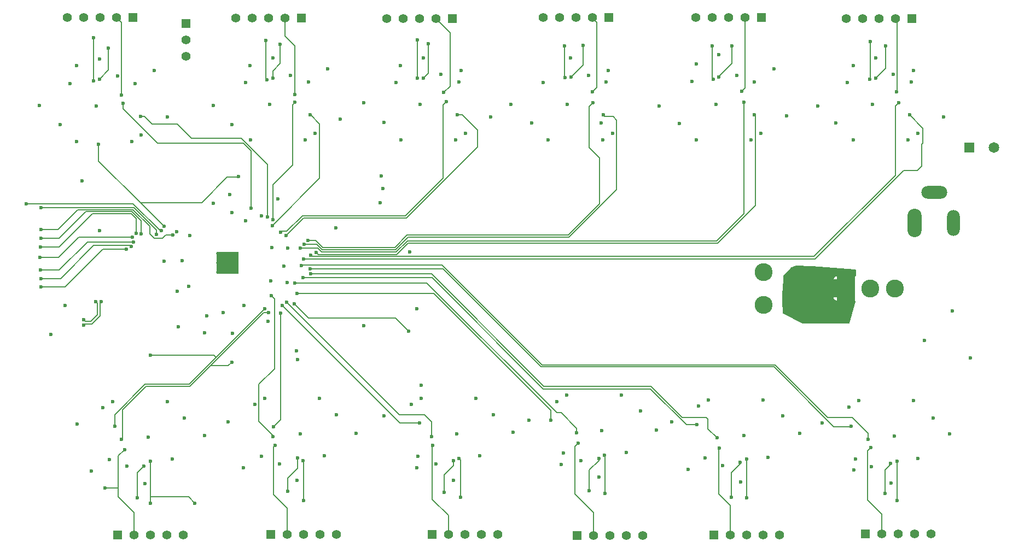
<source format=gbr>
%TF.GenerationSoftware,KiCad,Pcbnew,9.0.0*%
%TF.CreationDate,2025-04-24T16:42:49+01:00*%
%TF.ProjectId,DST,4453542e-6b69-4636-9164-5f7063625858,rev?*%
%TF.SameCoordinates,Original*%
%TF.FileFunction,Copper,L6,Bot*%
%TF.FilePolarity,Positive*%
%FSLAX46Y46*%
G04 Gerber Fmt 4.6, Leading zero omitted, Abs format (unit mm)*
G04 Created by KiCad (PCBNEW 9.0.0) date 2025-04-24 16:42:49*
%MOMM*%
%LPD*%
G01*
G04 APERTURE LIST*
%TA.AperFunction,ComponentPad*%
%ADD10R,1.398000X1.398000*%
%TD*%
%TA.AperFunction,ComponentPad*%
%ADD11C,1.398000*%
%TD*%
%TA.AperFunction,HeatsinkPad*%
%ADD12C,0.500000*%
%TD*%
%TA.AperFunction,HeatsinkPad*%
%ADD13R,3.400000X3.400000*%
%TD*%
%TA.AperFunction,ComponentPad*%
%ADD14O,2.200000X4.400000*%
%TD*%
%TA.AperFunction,ComponentPad*%
%ADD15O,2.000000X4.000000*%
%TD*%
%TA.AperFunction,ComponentPad*%
%ADD16O,4.000000X2.000000*%
%TD*%
%TA.AperFunction,ComponentPad*%
%ADD17R,2.775000X2.775000*%
%TD*%
%TA.AperFunction,ComponentPad*%
%ADD18C,2.775000*%
%TD*%
%TA.AperFunction,ComponentPad*%
%ADD19R,1.650000X1.650000*%
%TD*%
%TA.AperFunction,ComponentPad*%
%ADD20C,1.650000*%
%TD*%
%TA.AperFunction,ViaPad*%
%ADD21C,0.600000*%
%TD*%
%TA.AperFunction,Conductor*%
%ADD22C,0.200000*%
%TD*%
G04 APERTURE END LIST*
D10*
%TO.P,J2,1,1*%
%TO.N,/SWCLK*%
X121137500Y-52160000D03*
D11*
%TO.P,J2,2,2*%
%TO.N,GND*%
X121137500Y-54700000D03*
%TO.P,J2,3,3*%
%TO.N,/SWD*%
X121137500Y-57240000D03*
%TD*%
D10*
%TO.P,J29,1,1*%
%TO.N,/OUT1A12*%
X112940000Y-51300000D03*
D11*
%TO.P,J29,2,2*%
%TO.N,/OUT1B12*%
X110400000Y-51300000D03*
%TO.P,J29,3,3*%
%TO.N,/OUT2A12*%
X107860000Y-51300000D03*
%TO.P,J29,4,4*%
%TO.N,/OUT2B12*%
X105320000Y-51300000D03*
%TO.P,J29,5,5*%
%TO.N,+3V3*%
X102780000Y-51300000D03*
%TD*%
D12*
%TO.P,U1,81,GND*%
%TO.N,GND*%
X128962500Y-90737500D03*
X128962500Y-89287500D03*
X128962500Y-87837500D03*
X127512500Y-90737500D03*
X127512500Y-89287500D03*
D13*
X127512500Y-89287500D03*
D12*
X127512500Y-87837500D03*
X126062500Y-90737500D03*
X126062500Y-89287500D03*
X126062500Y-87837500D03*
%TD*%
D10*
%TO.P,J24,1,1*%
%TO.N,/OUT1A4*%
X181640000Y-131500000D03*
D11*
%TO.P,J24,2,2*%
%TO.N,/OUT1B4*%
X184180000Y-131500000D03*
%TO.P,J24,3,3*%
%TO.N,/OUT2A4*%
X186720000Y-131500000D03*
%TO.P,J24,4,4*%
%TO.N,/OUT2B4*%
X189260000Y-131500000D03*
%TO.P,J24,5,5*%
%TO.N,+3V3*%
X191800000Y-131500000D03*
%TD*%
D10*
%TO.P,J26,1,1*%
%TO.N,/OUT1A5*%
X202820000Y-131437500D03*
D11*
%TO.P,J26,2,2*%
%TO.N,/OUT1B5*%
X205360000Y-131437500D03*
%TO.P,J26,3,3*%
%TO.N,/OUT2A5*%
X207900000Y-131437500D03*
%TO.P,J26,4,4*%
%TO.N,/OUT2B5*%
X210440000Y-131437500D03*
%TO.P,J26,5,5*%
%TO.N,+3V3*%
X212980000Y-131437500D03*
%TD*%
D10*
%TO.P,J22,1,1*%
%TO.N,/OUT1A3*%
X159180000Y-131400000D03*
D11*
%TO.P,J22,2,2*%
%TO.N,/OUT1B3*%
X161720000Y-131400000D03*
%TO.P,J22,3,3*%
%TO.N,/OUT2A3*%
X164260000Y-131400000D03*
%TO.P,J22,4,4*%
%TO.N,/OUT2B3*%
X166800000Y-131400000D03*
%TO.P,J22,5,5*%
%TO.N,+3V3*%
X169340000Y-131400000D03*
%TD*%
D14*
%TO.P,J13,1*%
%TO.N,/12V_IN*%
X233900000Y-83100000D03*
D15*
%TO.P,J13,2*%
%TO.N,GND*%
X239900000Y-83100000D03*
D16*
%TO.P,J13,3*%
%TO.N,unconnected-(J13-Pad3)*%
X236900000Y-78400000D03*
%TD*%
D10*
%TO.P,J20,1,1*%
%TO.N,/OUT1A2*%
X134220000Y-131337500D03*
D11*
%TO.P,J20,2,2*%
%TO.N,/OUT1B2*%
X136760000Y-131337500D03*
%TO.P,J20,3,3*%
%TO.N,/OUT2A2*%
X139300000Y-131337500D03*
%TO.P,J20,4,4*%
%TO.N,/OUT2B2*%
X141840000Y-131337500D03*
%TO.P,J20,5,5*%
%TO.N,+3V3*%
X144380000Y-131337500D03*
%TD*%
D10*
%TO.P,J19,1,1*%
%TO.N,/OUT1A7*%
X233440000Y-51400000D03*
D11*
%TO.P,J19,2,2*%
%TO.N,/OUT1B7*%
X230900000Y-51400000D03*
%TO.P,J19,3,3*%
%TO.N,/OUT2A7*%
X228360000Y-51400000D03*
%TO.P,J19,4,4*%
%TO.N,/OUT2B7*%
X225820000Y-51400000D03*
%TO.P,J19,5,5*%
%TO.N,+3V3*%
X223280000Y-51400000D03*
%TD*%
D10*
%TO.P,J25,1,1*%
%TO.N,/OUT1A10*%
X162320000Y-51400000D03*
D11*
%TO.P,J25,2,2*%
%TO.N,/OUT1B10*%
X159780000Y-51400000D03*
%TO.P,J25,3,3*%
%TO.N,/OUT2A10*%
X157240000Y-51400000D03*
%TO.P,J25,4,4*%
%TO.N,/OUT2B10*%
X154700000Y-51400000D03*
%TO.P,J25,5,5*%
%TO.N,+3V3*%
X152160000Y-51400000D03*
%TD*%
D17*
%TO.P,S1,1*%
%TO.N,+12V*%
X223250000Y-93250000D03*
D18*
%TO.P,S1,2*%
%TO.N,Net-(D2-K)*%
X227060000Y-93250000D03*
%TO.P,S1,3*%
%TO.N,unconnected-(S1-Pad3)*%
X230870000Y-93250000D03*
%TO.P,S1,S1*%
%TO.N,N/C*%
X210550000Y-95790000D03*
%TO.P,S1,S2*%
X210550000Y-90710000D03*
%TD*%
D10*
%TO.P,J18,1,1*%
%TO.N,/OUT1A1*%
X110520000Y-131437500D03*
D11*
%TO.P,J18,2,2*%
%TO.N,/OUT1B1*%
X113060000Y-131437500D03*
%TO.P,J18,3,3*%
%TO.N,/OUT2A1*%
X115600000Y-131437500D03*
%TO.P,J18,4,4*%
%TO.N,/OUT2B1*%
X118140000Y-131437500D03*
%TO.P,J18,5,5*%
%TO.N,+3V3*%
X120680000Y-131437500D03*
%TD*%
D10*
%TO.P,J27,1,1*%
%TO.N,/OUT1A11*%
X138980000Y-51362500D03*
D11*
%TO.P,J27,2,2*%
%TO.N,/OUT1B11*%
X136440000Y-51362500D03*
%TO.P,J27,3,3*%
%TO.N,/OUT2A11*%
X133900000Y-51362500D03*
%TO.P,J27,4,4*%
%TO.N,/OUT2B11*%
X131360000Y-51362500D03*
%TO.P,J27,5,5*%
%TO.N,+3V3*%
X128820000Y-51362500D03*
%TD*%
D10*
%TO.P,J28,1,1*%
%TO.N,/OUT1A6*%
X226280000Y-131300000D03*
D11*
%TO.P,J28,2,2*%
%TO.N,/OUT1B6*%
X228820000Y-131300000D03*
%TO.P,J28,3,3*%
%TO.N,/OUT2A6*%
X231360000Y-131300000D03*
%TO.P,J28,4,4*%
%TO.N,/OUT2B6*%
X233900000Y-131300000D03*
%TO.P,J28,5,5*%
%TO.N,+3V3*%
X236440000Y-131300000D03*
%TD*%
D19*
%TO.P,J1,01,01*%
%TO.N,/12V_IN*%
X242390000Y-71400000D03*
D20*
%TO.P,J1,02,02*%
%TO.N,GND*%
X246200000Y-71400000D03*
%TD*%
D10*
%TO.P,J23,1,1*%
%TO.N,/OUT1A9*%
X186540000Y-51300000D03*
D11*
%TO.P,J23,2,2*%
%TO.N,/OUT1B9*%
X184000000Y-51300000D03*
%TO.P,J23,3,3*%
%TO.N,/OUT2A9*%
X181460000Y-51300000D03*
%TO.P,J23,4,4*%
%TO.N,/OUT2B9*%
X178920000Y-51300000D03*
%TO.P,J23,5,5*%
%TO.N,+3V3*%
X176380000Y-51300000D03*
%TD*%
D10*
%TO.P,J21,1,1*%
%TO.N,/OUT1A8*%
X210140000Y-51300000D03*
D11*
%TO.P,J21,2,2*%
%TO.N,/OUT1B8*%
X207600000Y-51300000D03*
%TO.P,J21,3,3*%
%TO.N,/OUT2A8*%
X205060000Y-51300000D03*
%TO.P,J21,4,4*%
%TO.N,/OUT2B8*%
X202520000Y-51300000D03*
%TO.P,J21,5,5*%
%TO.N,+3V3*%
X199980000Y-51300000D03*
%TD*%
D21*
%TO.N,GND*%
X104142500Y-58695000D03*
X185000000Y-122500000D03*
X113200000Y-61490000D03*
X200455000Y-111500000D03*
X98450000Y-64900000D03*
X224750000Y-119651000D03*
X203115000Y-64725000D03*
X148615000Y-64500000D03*
X171750000Y-115500000D03*
X233365000Y-61250000D03*
X128300000Y-100200000D03*
X203600000Y-57000000D03*
X200115000Y-70225000D03*
X119666341Y-84432245D03*
X138295000Y-123000000D03*
X107700000Y-84300000D03*
X115250000Y-116250000D03*
X141070000Y-69250000D03*
X216072500Y-115662500D03*
X180160000Y-64750000D03*
X179500000Y-118750000D03*
X107700000Y-57740000D03*
X117700000Y-89000000D03*
X194365000Y-64975000D03*
X133800000Y-98301000D03*
X157000000Y-119250000D03*
X209115000Y-61225000D03*
X148600000Y-99000000D03*
X164365000Y-69250000D03*
X187160000Y-69250000D03*
X114750000Y-123500000D03*
X118250000Y-110750000D03*
X124000000Y-116000000D03*
X163365000Y-61250000D03*
X102400000Y-95900000D03*
X177160000Y-70250000D03*
X100200000Y-100400000D03*
X157500000Y-108250000D03*
X234365000Y-69250000D03*
X171410000Y-64700000D03*
X178500000Y-110750000D03*
X230750000Y-116151000D03*
X155700000Y-87600000D03*
X230250000Y-123401000D03*
X109250000Y-119750000D03*
X140070000Y-61250000D03*
X136300000Y-89800000D03*
X154307500Y-58705000D03*
X125320000Y-64900000D03*
X239750000Y-96750000D03*
X224365000Y-58680000D03*
X125325735Y-80074265D03*
X104200000Y-70490000D03*
X134070000Y-64750000D03*
X162500000Y-123000000D03*
X136900000Y-87000000D03*
X119800000Y-93700000D03*
X188500000Y-109750000D03*
X107200000Y-64990000D03*
X132800000Y-82000000D03*
X105000000Y-76600000D03*
X200115000Y-58475000D03*
X151300000Y-75800000D03*
X233750000Y-110651000D03*
X124000000Y-100100000D03*
X239322500Y-115813500D03*
X180660000Y-57500000D03*
X157865000Y-57500000D03*
X206955000Y-123250000D03*
X136800000Y-92300000D03*
X218865000Y-65000000D03*
X185500000Y-115250000D03*
X163000000Y-115750000D03*
X131070000Y-70250000D03*
X147412500Y-115662500D03*
X154365000Y-70250000D03*
X193912500Y-115162500D03*
X210115000Y-69225000D03*
X224365000Y-70250000D03*
X201455000Y-119500000D03*
X210455000Y-110500000D03*
X227865000Y-57500000D03*
X242500000Y-104000000D03*
X227365000Y-64750000D03*
X131795000Y-111250000D03*
X151600000Y-77800000D03*
X141795000Y-110250000D03*
X134570000Y-57500000D03*
X127900000Y-78700000D03*
X138795000Y-115750000D03*
X131057500Y-58705000D03*
X207455000Y-116000000D03*
X156000000Y-111250000D03*
X114200000Y-69490000D03*
X108250000Y-111750000D03*
X151200000Y-80000000D03*
X132795000Y-119250000D03*
X138400000Y-104300000D03*
X157365000Y-64750000D03*
X223750000Y-111651000D03*
X186160000Y-61250000D03*
X166000000Y-110250000D03*
%TO.N,/OUT1B1*%
X111600000Y-118200000D03*
X108600000Y-124200000D03*
%TO.N,/OUT2A1*%
X122500000Y-126500000D03*
X115600000Y-126500000D03*
X115650000Y-120000000D03*
%TO.N,/OUT1A1*%
X114600000Y-120800000D03*
X113600000Y-125700000D03*
%TO.N,/OUT1A2*%
X136900000Y-124700000D03*
X138395000Y-119500000D03*
%TO.N,/OUT2A2*%
X139300000Y-126100000D03*
X139195000Y-119900000D03*
%TO.N,/OUT1B2*%
X134900000Y-117600000D03*
%TO.N,/OUT2A3*%
X163600000Y-125600000D03*
X163400000Y-119600000D03*
%TO.N,/OUT1B3*%
X159300000Y-117600000D03*
%TO.N,/OUT1A3*%
X161100000Y-124800000D03*
X162500000Y-119900000D03*
%TO.N,/OUT2A4*%
X186000000Y-125000000D03*
X185900000Y-119100000D03*
%TO.N,/OUT1B4*%
X181800000Y-117200000D03*
%TO.N,/OUT1A4*%
X183500000Y-124600000D03*
X185000000Y-119600000D03*
%TO.N,/OUT1A5*%
X206900000Y-120200000D03*
X205500000Y-125600000D03*
%TO.N,/OUT1B5*%
X203700000Y-118000000D03*
%TO.N,/OUT2A5*%
X207900000Y-125700000D03*
X207855000Y-119700000D03*
%TO.N,/OUT1A6*%
X230146568Y-120352961D03*
X229300000Y-125000000D03*
%TO.N,/OUT1B6*%
X227100000Y-117900000D03*
%TO.N,/OUT2A6*%
X231150000Y-120000000D03*
X231200000Y-126100000D03*
%TO.N,/OUT1B7*%
X231100000Y-62800000D03*
%TO.N,/OUT2A7*%
X227000000Y-55000000D03*
X226965000Y-60800000D03*
%TO.N,/OUT1A7*%
X229400000Y-55700000D03*
X227860821Y-60674723D03*
%TO.N,/OUT1A8*%
X205600000Y-55700000D03*
X203600000Y-60500000D03*
%TO.N,/OUT1B8*%
X207100000Y-62700000D03*
%TO.N,/OUT2A8*%
X202600000Y-55700000D03*
X202715000Y-60800000D03*
%TO.N,/OUT1B9*%
X184000000Y-62800000D03*
%TO.N,/OUT2A9*%
X179700000Y-55700000D03*
X179760000Y-60600000D03*
%TO.N,/OUT1A9*%
X180700000Y-60500000D03*
X182600000Y-55600000D03*
%TO.N,/OUT1B10*%
X161000000Y-62900000D03*
%TO.N,/OUT1A10*%
X157860821Y-60674723D03*
X158600000Y-55300000D03*
%TO.N,/OUT2A10*%
X156965000Y-60700000D03*
X156900000Y-54700000D03*
%TO.N,/OUT1A11*%
X135700000Y-55400000D03*
X134564246Y-60677178D03*
%TO.N,/OUT2A11*%
X133670000Y-60900000D03*
X133500000Y-54800000D03*
%TO.N,/OUT1B11*%
X138000000Y-63200000D03*
%TO.N,/OUT1A12*%
X107700000Y-60800000D03*
X109100000Y-56000000D03*
%TO.N,/OUT1B12*%
X111100000Y-63300000D03*
%TO.N,/OUT2A12*%
X106800000Y-61100000D03*
X106800000Y-54400000D03*
%TO.N,+3V3*%
X134424265Y-86924265D03*
X196322500Y-113912500D03*
X214115000Y-66475000D03*
X145000000Y-67000000D03*
X121554725Y-92945675D03*
X180000000Y-109750000D03*
X128195261Y-81473760D03*
X201955000Y-110500000D03*
X219572500Y-114063500D03*
X118245000Y-66690000D03*
X157500000Y-110250000D03*
X130312500Y-82800000D03*
X121708698Y-85085504D03*
X130073988Y-95850241D03*
X162865000Y-70250000D03*
X144300000Y-83900000D03*
X225250000Y-110651000D03*
X133295000Y-110250000D03*
X127662500Y-113912500D03*
X134206196Y-92093804D03*
X109750000Y-110750000D03*
X120479438Y-88955691D03*
X138200000Y-102900000D03*
X174162500Y-113662500D03*
X185660000Y-70250000D03*
X126875191Y-97023306D03*
X139570000Y-70250000D03*
X151750000Y-113000000D03*
X238365000Y-66680000D03*
X185400000Y-67600000D03*
X119900000Y-99200000D03*
X112700000Y-70490000D03*
X232865000Y-70250000D03*
X124300000Y-97500000D03*
X156800000Y-96400000D03*
X135345000Y-79410000D03*
X208615000Y-70225000D03*
X168307500Y-66705000D03*
X104250000Y-114250000D03*
%TO.N,/DIR12*%
X111400000Y-64600000D03*
X131200000Y-80800000D03*
%TO.N,/DIR9*%
X140000000Y-85785232D03*
X184100000Y-64500000D03*
%TO.N,/DIR1*%
X111100000Y-116600000D03*
X128200000Y-104700000D03*
X133900000Y-97000000D03*
%TO.N,/DIR8*%
X207500000Y-64400000D03*
X138791092Y-86985232D03*
%TO.N,/EXT_GPIO1*%
X117300000Y-84300000D03*
X96400000Y-80100000D03*
%TO.N,/STEP1*%
X133300000Y-96400000D03*
X110100000Y-114625000D03*
X115600000Y-103600000D03*
%TO.N,/STEP6*%
X224100000Y-114600000D03*
X140303976Y-90205781D03*
%TO.N,/DIR6*%
X139000000Y-89700000D03*
X226700000Y-116600000D03*
%TO.N,/DIR2*%
X134300000Y-94400000D03*
X134600000Y-116200000D03*
%TO.N,/STEP10*%
X163100000Y-66375000D03*
X136600000Y-85028000D03*
%TO.N,/STEP4*%
X177600000Y-113700000D03*
X138300000Y-94000000D03*
%TO.N,/DIR3*%
X136700000Y-95400000D03*
X159100000Y-116200000D03*
%TO.N,/STEP11*%
X140300000Y-66375000D03*
X134500000Y-83500000D03*
%TO.N,/STEP8*%
X209100000Y-66350000D03*
X141300000Y-87700000D03*
%TO.N,/DIR7*%
X140400000Y-88100000D03*
X231400000Y-64500000D03*
%TO.N,/STEP7*%
X233100000Y-66375000D03*
X139300000Y-88700000D03*
%TO.N,/DIR5*%
X140400000Y-91000000D03*
X203300000Y-116400000D03*
%TO.N,/STEP12*%
X114100000Y-66600000D03*
X133700000Y-82200000D03*
%TO.N,/STEP9*%
X185700000Y-66375000D03*
X139400000Y-86385232D03*
%TO.N,/STEP3*%
X157300000Y-114125000D03*
X136000000Y-95900000D03*
%TO.N,/DIR4*%
X138000000Y-92400000D03*
X181600000Y-115600000D03*
%TO.N,/EXT_GPIO5*%
X113395836Y-84678014D03*
X98600000Y-86800000D03*
%TO.N,/STEP5*%
X139200000Y-91600000D03*
X200200000Y-114375000D03*
%TO.N,/STEP2*%
X134700000Y-114650000D03*
X135800000Y-97100000D03*
%TO.N,/DIR10*%
X161400000Y-64300000D03*
X135800000Y-84500000D03*
%TO.N,/DIR11*%
X138000000Y-64400000D03*
X134551470Y-82600000D03*
%TO.N,/EXT_GPIO4*%
X114184097Y-84814569D03*
X98700000Y-85500000D03*
%TO.N,/RESET_N*%
X107600000Y-70900000D03*
X117700000Y-83600000D03*
X129200000Y-75900000D03*
%TO.N,/EXT_GPIO6*%
X112850743Y-85263572D03*
X98500000Y-88400000D03*
%TO.N,/EXT_GPIO9*%
X111900000Y-87163862D03*
X98700000Y-93000000D03*
%TO.N,/EXT_GPIO3*%
X98700000Y-84100000D03*
X119100653Y-84997931D03*
%TO.N,/EXT_GPIO7*%
X112966637Y-86055135D03*
X98600000Y-90400000D03*
%TO.N,/EXT_GPIO8*%
X112632316Y-86781931D03*
X98700000Y-91700000D03*
%TO.N,/EXT_GPIO2*%
X116500000Y-84900000D03*
X98700000Y-80700000D03*
%TO.N,/GPIO0*%
X137900000Y-95600000D03*
X155600000Y-99900000D03*
%TO.N,/USB_D-*%
X107175000Y-95300000D03*
X105300000Y-98125000D03*
%TO.N,/USB_D+*%
X108025000Y-95300000D03*
X105300000Y-98975000D03*
%TO.N,+12V*%
X101600000Y-67900000D03*
X130000000Y-121000000D03*
X221700000Y-67600000D03*
X197500000Y-67700000D03*
X217300000Y-96800000D03*
X215500000Y-91600000D03*
X212100000Y-59200000D03*
X222800000Y-96500000D03*
X191500000Y-112200000D03*
X213500000Y-113000000D03*
X234400000Y-119600000D03*
X168700000Y-112800000D03*
X160600000Y-60100000D03*
X130300000Y-61300000D03*
X206400000Y-60200000D03*
X112000000Y-120800000D03*
X120900000Y-113300000D03*
X174600000Y-67600000D03*
X217300000Y-93200000D03*
X151800000Y-67500000D03*
X204200000Y-120700000D03*
X143070000Y-59250000D03*
X142500000Y-119200000D03*
X198800000Y-121300000D03*
X189300000Y-118700000D03*
X215500000Y-96800000D03*
X220600000Y-91400000D03*
X182200000Y-119900000D03*
X179200000Y-120500000D03*
X223500000Y-61300000D03*
X176400000Y-61300000D03*
X221000000Y-96000000D03*
X106500000Y-121500000D03*
X156800000Y-121000000D03*
X186500000Y-59500000D03*
X235400000Y-101300000D03*
X153600000Y-61300000D03*
X220400000Y-93800000D03*
X163700000Y-59500000D03*
X128200000Y-67900000D03*
X215400000Y-95000000D03*
X166600000Y-119200000D03*
X236800000Y-113300000D03*
X217300000Y-94900000D03*
X211200000Y-119400000D03*
X218600000Y-97600000D03*
X215400000Y-93200000D03*
X224500000Y-121400000D03*
X116200000Y-59490000D03*
X233700000Y-59500000D03*
X159800000Y-120400000D03*
X144400000Y-112800000D03*
X103200000Y-61500000D03*
X119000000Y-119700000D03*
X217300000Y-91600000D03*
X135600000Y-120400000D03*
X183400000Y-60200000D03*
X227200000Y-120900000D03*
X137300000Y-60200000D03*
X199400000Y-61200000D03*
X110500000Y-60300000D03*
X230600000Y-60100000D03*
%TD*%
D22*
%TO.N,/EXT_GPIO5*%
X112628552Y-81684000D02*
X113395836Y-82451284D01*
X98600000Y-86800000D02*
X101484000Y-86800000D01*
X106600000Y-81684000D02*
X112628552Y-81684000D01*
X101484000Y-86800000D02*
X106600000Y-81684000D01*
X113395836Y-82451284D02*
X113395836Y-84678014D01*
%TO.N,/RESET_N*%
X123550000Y-79950000D02*
X114050000Y-79950000D01*
X127500000Y-76000000D02*
X123550000Y-79950000D01*
X129200000Y-75900000D02*
X129100000Y-76000000D01*
X114050000Y-79950000D02*
X107600000Y-73500000D01*
X129100000Y-76000000D02*
X127500000Y-76000000D01*
%TO.N,/OUT1B1*%
X110600000Y-124200000D02*
X110600000Y-125500000D01*
X110600000Y-124200000D02*
X108600000Y-124200000D01*
X110600000Y-119200000D02*
X110600000Y-124200000D01*
X111600000Y-118200000D02*
X110600000Y-119200000D01*
X113060000Y-127960000D02*
X113060000Y-131437500D01*
X110600000Y-125500000D02*
X113060000Y-127960000D01*
%TO.N,/OUT2A1*%
X121500000Y-125500000D02*
X115600000Y-125500000D01*
X115600000Y-125500000D02*
X115600000Y-120050000D01*
X115600000Y-120050000D02*
X115650000Y-120000000D01*
X122500000Y-126500000D02*
X121500000Y-125500000D01*
X115600000Y-126500000D02*
X115600000Y-125500000D01*
%TO.N,/OUT1A1*%
X113600000Y-121800000D02*
X114600000Y-120800000D01*
X113600000Y-125700000D02*
X113600000Y-121800000D01*
%TO.N,/OUT1A2*%
X136900000Y-124700000D02*
X136900000Y-122600000D01*
X136900000Y-122600000D02*
X138395000Y-121105000D01*
X138395000Y-121105000D02*
X138395000Y-119500000D01*
%TO.N,/OUT2A2*%
X139300000Y-126100000D02*
X139300000Y-120005000D01*
X139300000Y-120005000D02*
X139195000Y-119900000D01*
%TO.N,/OUT1B2*%
X134700000Y-117800000D02*
X134700000Y-125200000D01*
X134900000Y-117600000D02*
X134700000Y-117800000D01*
X136760000Y-127260000D02*
X136760000Y-131337500D01*
X134700000Y-125200000D02*
X136760000Y-127260000D01*
%TO.N,/OUT2A3*%
X163600000Y-125600000D02*
X163600000Y-119800000D01*
X163600000Y-119800000D02*
X163400000Y-119600000D01*
%TO.N,/OUT1B3*%
X159300000Y-117600000D02*
X159200000Y-117700000D01*
X161720000Y-128420000D02*
X161720000Y-131400000D01*
X159200000Y-125900000D02*
X161720000Y-128420000D01*
X159200000Y-117700000D02*
X159200000Y-125900000D01*
%TO.N,/OUT1A3*%
X161100000Y-124800000D02*
X161100000Y-122100000D01*
X161100000Y-122100000D02*
X162500000Y-120700000D01*
X162500000Y-120700000D02*
X162500000Y-119900000D01*
%TO.N,/OUT2A4*%
X186000000Y-125000000D02*
X186000000Y-119200000D01*
X186000000Y-119200000D02*
X185900000Y-119100000D01*
%TO.N,/OUT1B4*%
X181800000Y-117200000D02*
X181300000Y-117700000D01*
X184180000Y-127980000D02*
X184180000Y-131500000D01*
X181300000Y-125100000D02*
X184180000Y-127980000D01*
X181300000Y-117700000D02*
X181300000Y-125100000D01*
%TO.N,/OUT1A4*%
X185000000Y-119900000D02*
X185000000Y-119600000D01*
X183500000Y-121400000D02*
X185000000Y-119900000D01*
X183500000Y-124600000D02*
X183500000Y-121400000D01*
%TO.N,/OUT1A5*%
X206900000Y-120400000D02*
X206900000Y-120200000D01*
X205500000Y-125600000D02*
X205500000Y-121800000D01*
X205500000Y-121800000D02*
X206900000Y-120400000D01*
%TO.N,/OUT1B5*%
X203599000Y-118101000D02*
X203599000Y-125099000D01*
X203700000Y-118000000D02*
X203599000Y-118101000D01*
X203599000Y-125099000D02*
X205360000Y-126860000D01*
X205360000Y-126860000D02*
X205360000Y-131437500D01*
%TO.N,/OUT2A5*%
X207900000Y-125700000D02*
X207900000Y-119745000D01*
X207900000Y-119745000D02*
X207855000Y-119700000D01*
%TO.N,/OUT1A6*%
X229300000Y-121400000D02*
X230100000Y-120600000D01*
X230100000Y-120600000D02*
X230100000Y-120399529D01*
X230100000Y-120399529D02*
X230146568Y-120352961D01*
X229300000Y-125000000D02*
X229300000Y-121400000D01*
%TO.N,/OUT1B6*%
X226600000Y-126000000D02*
X228800000Y-128200000D01*
X226600000Y-118400000D02*
X226600000Y-126000000D01*
X227100000Y-117900000D02*
X226600000Y-118400000D01*
X228800000Y-128500000D02*
X228820000Y-128520000D01*
X228820000Y-128520000D02*
X228820000Y-131300000D01*
X228800000Y-128200000D02*
X228800000Y-128500000D01*
%TO.N,/OUT2A6*%
X231200000Y-120050000D02*
X231150000Y-120000000D01*
X231200000Y-126100000D02*
X231200000Y-120050000D01*
%TO.N,/OUT1B7*%
X231200000Y-62700000D02*
X231200000Y-51700000D01*
X231100000Y-62800000D02*
X231200000Y-62700000D01*
X231200000Y-51700000D02*
X230900000Y-51400000D01*
%TO.N,/OUT2A7*%
X227000000Y-55000000D02*
X227000000Y-60765000D01*
X227000000Y-60765000D02*
X226965000Y-60800000D01*
%TO.N,/OUT1A7*%
X229400000Y-55700000D02*
X229400000Y-59135544D01*
X229400000Y-59135544D02*
X227860821Y-60674723D01*
%TO.N,/OUT1A8*%
X203600000Y-60400000D02*
X205600000Y-58400000D01*
X205600000Y-55700000D02*
X205600000Y-58400000D01*
X203600000Y-60400000D02*
X203600000Y-60500000D01*
%TO.N,/OUT1B8*%
X207600000Y-62200000D02*
X207600000Y-51300000D01*
X207100000Y-62700000D02*
X207600000Y-62200000D01*
%TO.N,/OUT2A8*%
X202600000Y-60685000D02*
X202715000Y-60800000D01*
X202600000Y-55700000D02*
X202600000Y-60685000D01*
%TO.N,/OUT1B9*%
X184700000Y-52000000D02*
X184000000Y-51300000D01*
X184700000Y-62100000D02*
X184700000Y-52000000D01*
X184000000Y-62800000D02*
X184700000Y-62100000D01*
%TO.N,/OUT2A9*%
X179700000Y-55700000D02*
X179700000Y-60540000D01*
X179700000Y-60540000D02*
X179760000Y-60600000D01*
%TO.N,/OUT1A9*%
X182600000Y-58600000D02*
X180700000Y-60500000D01*
X182600000Y-55600000D02*
X182600000Y-58600000D01*
%TO.N,/OUT1B10*%
X162000000Y-61900000D02*
X162000000Y-53620000D01*
X161000000Y-62900000D02*
X162000000Y-61900000D01*
X162000000Y-53620000D02*
X159780000Y-51400000D01*
%TO.N,/OUT1A10*%
X158600000Y-59935544D02*
X157860821Y-60674723D01*
X158600000Y-55300000D02*
X158600000Y-59935544D01*
%TO.N,/OUT2A10*%
X156900000Y-60635000D02*
X156965000Y-60700000D01*
X156900000Y-54700000D02*
X156900000Y-60635000D01*
%TO.N,/OUT1A11*%
X135700000Y-55400000D02*
X135700000Y-58400000D01*
X134564246Y-59535754D02*
X135700000Y-58400000D01*
X134564246Y-59535754D02*
X134564246Y-60677178D01*
%TO.N,/OUT2A11*%
X133500000Y-54800000D02*
X133500000Y-60730000D01*
X133500000Y-60730000D02*
X133670000Y-60900000D01*
%TO.N,/OUT1B11*%
X136440000Y-54140000D02*
X136440000Y-51362500D01*
X138000000Y-55700000D02*
X136440000Y-54140000D01*
X138000000Y-63200000D02*
X138000000Y-55700000D01*
%TO.N,/OUT1A12*%
X109100000Y-56000000D02*
X109100000Y-59400000D01*
X109100000Y-59400000D02*
X107700000Y-60800000D01*
%TO.N,/OUT1B12*%
X111100000Y-63300000D02*
X111100000Y-52000000D01*
X111100000Y-52000000D02*
X110400000Y-51300000D01*
%TO.N,/OUT2A12*%
X106800000Y-54400000D02*
X106800000Y-61100000D01*
%TO.N,/DIR12*%
X131200000Y-80800000D02*
X131200000Y-71963862D01*
X111400000Y-65400000D02*
X111400000Y-64600000D01*
X131200000Y-71963862D02*
X129968069Y-70731931D01*
X129968069Y-70731931D02*
X116731931Y-70731931D01*
X111400000Y-65400000D02*
X116731931Y-70731931D01*
%TO.N,/DIR9*%
X180264138Y-84972000D02*
X180768069Y-84468069D01*
X183500000Y-65100000D02*
X184100000Y-64500000D01*
X183500000Y-71400000D02*
X183500000Y-65100000D01*
X185100000Y-73000000D02*
X183500000Y-71400000D01*
X141212956Y-85785232D02*
X142317793Y-86890069D01*
X185100000Y-80100000D02*
X185100000Y-73000000D01*
X142317793Y-86890069D02*
X153418345Y-86890069D01*
X153418345Y-86890069D02*
X155336414Y-84972000D01*
X140000000Y-85785232D02*
X141212956Y-85785232D01*
X180768069Y-84431931D02*
X185100000Y-80100000D01*
X155336414Y-84972000D02*
X180264138Y-84972000D01*
X180768069Y-84468069D02*
X180768069Y-84431931D01*
%TO.N,/DIR1*%
X111331931Y-112031931D02*
X111331931Y-116368069D01*
X127668069Y-105231931D02*
X128200000Y-104700000D01*
X111331931Y-116368069D02*
X111100000Y-116600000D01*
X124931931Y-105231931D02*
X133163862Y-97000000D01*
X114935862Y-108428000D02*
X111331931Y-112031931D01*
X124931931Y-105231931D02*
X127668069Y-105231931D01*
X133900000Y-97000000D02*
X133163862Y-97000000D01*
X121735862Y-108428000D02*
X114935862Y-108428000D01*
X124931931Y-105231931D02*
X121735862Y-108428000D01*
%TO.N,/DIR8*%
X153636138Y-87600000D02*
X155364138Y-85872000D01*
X203264138Y-85872000D02*
X207500000Y-81636138D01*
X138791092Y-86985232D02*
X141485232Y-86985232D01*
X207500000Y-81636138D02*
X207500000Y-64400000D01*
X142100000Y-87600000D02*
X153636138Y-87600000D01*
X141485232Y-86985232D02*
X142100000Y-87600000D01*
X155364138Y-85872000D02*
X203264138Y-85872000D01*
%TO.N,/EXT_GPIO1*%
X112900000Y-80100000D02*
X96400000Y-80100000D01*
X112900000Y-80100000D02*
X117100000Y-84300000D01*
X117300000Y-84300000D02*
X117100000Y-84300000D01*
%TO.N,/STEP1*%
X125400000Y-103600000D02*
X125750000Y-103950000D01*
X115600000Y-103600000D02*
X125400000Y-103600000D01*
X110100000Y-112800000D02*
X110100000Y-114625000D01*
X121600000Y-108100000D02*
X114800000Y-108100000D01*
X114800000Y-108100000D02*
X110100000Y-112800000D01*
X125750000Y-103950000D02*
X121600000Y-108100000D01*
X133300000Y-96400000D02*
X125750000Y-103950000D01*
%TO.N,/STEP6*%
X160905781Y-90205781D02*
X176100000Y-105400000D01*
X224000000Y-114700000D02*
X224100000Y-114600000D01*
X140303976Y-90205781D02*
X160905781Y-90205781D01*
X221400000Y-114700000D02*
X224000000Y-114700000D01*
X212100000Y-105400000D02*
X221400000Y-114700000D01*
X176100000Y-105400000D02*
X212100000Y-105400000D01*
%TO.N,/DIR6*%
X139095219Y-89604781D02*
X160768643Y-89604781D01*
X212272000Y-105072000D02*
X220400000Y-113200000D01*
X226700000Y-115700000D02*
X226700000Y-116600000D01*
X176235862Y-105072000D02*
X212272000Y-105072000D01*
X160768643Y-89604781D02*
X176235862Y-105072000D01*
X220400000Y-113200000D02*
X224200000Y-113200000D01*
X139000000Y-89700000D02*
X139095219Y-89604781D01*
X224200000Y-113200000D02*
X226700000Y-115700000D01*
%TO.N,/DIR2*%
X132400000Y-113800000D02*
X134600000Y-116000000D01*
X134800000Y-94900000D02*
X134800000Y-105700000D01*
X134300000Y-94400000D02*
X134800000Y-94900000D01*
X132400000Y-108100000D02*
X134800000Y-105700000D01*
X132400000Y-108100000D02*
X132400000Y-113800000D01*
X134600000Y-116000000D02*
X134600000Y-116200000D01*
%TO.N,/STEP10*%
X166200000Y-68700000D02*
X163875000Y-66375000D01*
X155200000Y-82300000D02*
X166200000Y-71300000D01*
X166200000Y-71300000D02*
X166200000Y-68700000D01*
X136600000Y-85028000D02*
X139328000Y-82300000D01*
X139328000Y-82300000D02*
X155200000Y-82300000D01*
X163875000Y-66375000D02*
X163100000Y-66375000D01*
%TO.N,/STEP4*%
X138300000Y-94000000D02*
X159500000Y-94000000D01*
X159500000Y-94000000D02*
X177600000Y-112100000D01*
X177600000Y-112100000D02*
X177600000Y-113700000D01*
%TO.N,/DIR3*%
X136700000Y-95400000D02*
X154100000Y-112800000D01*
X154100000Y-112800000D02*
X158000000Y-112800000D01*
X158000000Y-112800000D02*
X159100000Y-113900000D01*
X159100000Y-113900000D02*
X159100000Y-116200000D01*
%TO.N,/STEP11*%
X141800000Y-76200000D02*
X141800000Y-67800000D01*
X140375000Y-66375000D02*
X140300000Y-66375000D01*
X141800000Y-67800000D02*
X140375000Y-66375000D01*
X134500000Y-83500000D02*
X141800000Y-76200000D01*
%TO.N,/STEP8*%
X209216000Y-80384000D02*
X209216000Y-66466000D01*
X141300000Y-87700000D02*
X141572000Y-87972000D01*
X155500000Y-86200000D02*
X203400000Y-86200000D01*
X141572000Y-87972000D02*
X153728000Y-87972000D01*
X153728000Y-87972000D02*
X155500000Y-86200000D01*
X203400000Y-86200000D02*
X209216000Y-80384000D01*
X209216000Y-66466000D02*
X209100000Y-66350000D01*
%TO.N,/DIR7*%
X230900000Y-65000000D02*
X231400000Y-64500000D01*
X230900000Y-75700000D02*
X230900000Y-65000000D01*
X140600000Y-88300000D02*
X218300000Y-88300000D01*
X140400000Y-88100000D02*
X140600000Y-88300000D01*
X218300000Y-88300000D02*
X230900000Y-75700000D01*
%TO.N,/STEP7*%
X234300000Y-75000000D02*
X235000000Y-74300000D01*
X235000000Y-74300000D02*
X235000000Y-70900000D01*
X218500000Y-88700000D02*
X232200000Y-75000000D01*
X232200000Y-75000000D02*
X234300000Y-75000000D01*
X235000000Y-70900000D02*
X235200000Y-70700000D01*
X235200000Y-68475000D02*
X233100000Y-66375000D01*
X235200000Y-70700000D02*
X235200000Y-68475000D01*
X139300000Y-88700000D02*
X218500000Y-88700000D01*
%TO.N,/DIR5*%
X201600000Y-113200000D02*
X201900000Y-113500000D01*
X197900000Y-113200000D02*
X201600000Y-113200000D01*
X201900000Y-115000000D02*
X203300000Y-116400000D01*
X201900000Y-113500000D02*
X201900000Y-115000000D01*
X140400000Y-91000000D02*
X159100000Y-91000000D01*
X159100000Y-91000000D02*
X176500000Y-108400000D01*
X176500000Y-108400000D02*
X193100000Y-108400000D01*
X193100000Y-108400000D02*
X197900000Y-113200000D01*
%TO.N,/STEP12*%
X114700000Y-66600000D02*
X114100000Y-66600000D01*
X119800000Y-67800000D02*
X115900000Y-67800000D01*
X119800000Y-67800000D02*
X122000000Y-70000000D01*
X122000000Y-70000000D02*
X129700000Y-70000000D01*
X129700000Y-70000000D02*
X133700000Y-74000000D01*
X133700000Y-82200000D02*
X133700000Y-74000000D01*
X115900000Y-67800000D02*
X114700000Y-66600000D01*
%TO.N,/STEP9*%
X141349094Y-86385232D02*
X142181931Y-87218069D01*
X187200000Y-66600000D02*
X185925000Y-66600000D01*
X187761000Y-67161000D02*
X187200000Y-66600000D01*
X187761000Y-77939000D02*
X187761000Y-67161000D01*
X153554207Y-87218069D02*
X155472276Y-85300000D01*
X139400000Y-86385232D02*
X141349094Y-86385232D01*
X180400000Y-85300000D02*
X187761000Y-77939000D01*
X142181931Y-87218069D02*
X153554207Y-87218069D01*
X185925000Y-66600000D02*
X185700000Y-66375000D01*
X155472276Y-85300000D02*
X180400000Y-85300000D01*
%TO.N,/STEP3*%
X156825000Y-114125000D02*
X157300000Y-114125000D01*
X154200000Y-114100000D02*
X156800000Y-114100000D01*
X156800000Y-114100000D02*
X156825000Y-114125000D01*
X136000000Y-95900000D02*
X154200000Y-114100000D01*
%TO.N,/DIR4*%
X138000000Y-92400000D02*
X158400000Y-92400000D01*
X158400000Y-92400000D02*
X178500000Y-112500000D01*
X181600000Y-114900000D02*
X181600000Y-115600000D01*
X178500000Y-112500000D02*
X179200000Y-112500000D01*
X179200000Y-112500000D02*
X181600000Y-114900000D01*
%TO.N,/STEP5*%
X139200000Y-91600000D02*
X159200000Y-91600000D01*
X159200000Y-91600000D02*
X176400000Y-108800000D01*
X176400000Y-108800000D02*
X193000000Y-108800000D01*
X198575000Y-114375000D02*
X200200000Y-114375000D01*
X193000000Y-108800000D02*
X198575000Y-114375000D01*
%TO.N,/STEP2*%
X135800000Y-97100000D02*
X135800000Y-113550000D01*
X135800000Y-113550000D02*
X134700000Y-114650000D01*
%TO.N,/DIR10*%
X155064138Y-81972000D02*
X160868069Y-76168069D01*
X135800000Y-84500000D02*
X135900000Y-84400000D01*
X135900000Y-84400000D02*
X136700000Y-84400000D01*
X160868069Y-64831931D02*
X161400000Y-64300000D01*
X160868069Y-76168069D02*
X160868069Y-64831931D01*
X139128000Y-81972000D02*
X155064138Y-81972000D01*
X136700000Y-84400000D02*
X139128000Y-81972000D01*
%TO.N,/DIR11*%
X134551470Y-77148530D02*
X137600000Y-74100000D01*
X137600000Y-64800000D02*
X138000000Y-64400000D01*
X134551470Y-82600000D02*
X134551470Y-77148530D01*
X137600000Y-74100000D02*
X137600000Y-64800000D01*
%TO.N,/EXT_GPIO4*%
X101500000Y-85500000D02*
X105644000Y-81356000D01*
X101500000Y-85500000D02*
X98700000Y-85500000D01*
X112764414Y-81356000D02*
X114184097Y-82775683D01*
X105644000Y-81356000D02*
X112764414Y-81356000D01*
X114184097Y-84814569D02*
X114184097Y-82775683D01*
%TO.N,/RESET_N*%
X107600000Y-73500000D02*
X107600000Y-70900000D01*
X117700000Y-83600000D02*
X114050000Y-79950000D01*
%TO.N,/EXT_GPIO6*%
X112850743Y-85263572D02*
X104536428Y-85263572D01*
X101400000Y-88400000D02*
X98500000Y-88400000D01*
X101400000Y-88400000D02*
X104536428Y-85263572D01*
%TO.N,/EXT_GPIO9*%
X102400000Y-93000000D02*
X98700000Y-93000000D01*
X111900000Y-87163862D02*
X108236138Y-87163862D01*
X102400000Y-93000000D02*
X108236138Y-87163862D01*
%TO.N,/EXT_GPIO3*%
X112900276Y-81028000D02*
X115500000Y-83627724D01*
X119100653Y-84997931D02*
X118002069Y-84997931D01*
X117499000Y-85501000D02*
X118002069Y-84997931D01*
X101300000Y-84100000D02*
X98700000Y-84100000D01*
X115500000Y-84800000D02*
X115500000Y-83627724D01*
X104372000Y-81028000D02*
X112900276Y-81028000D01*
X115500000Y-84800000D02*
X116201000Y-85501000D01*
X117499000Y-85501000D02*
X116201000Y-85501000D01*
X101300000Y-84100000D02*
X104372000Y-81028000D01*
%TO.N,/EXT_GPIO7*%
X101500000Y-90400000D02*
X98600000Y-90400000D01*
X112966637Y-86055135D02*
X105844865Y-86055135D01*
X101500000Y-90400000D02*
X105844865Y-86055135D01*
%TO.N,/EXT_GPIO8*%
X101700000Y-91700000D02*
X106837138Y-86562862D01*
X101700000Y-91700000D02*
X98700000Y-91700000D01*
X112413247Y-86562862D02*
X106837138Y-86562862D01*
X112632316Y-86781931D02*
X112413247Y-86562862D01*
%TO.N,/EXT_GPIO2*%
X113036138Y-80700000D02*
X116500000Y-84163862D01*
X113036138Y-80700000D02*
X98700000Y-80700000D01*
X116500000Y-84900000D02*
X116500000Y-84163862D01*
%TO.N,/GPIO0*%
X137900000Y-95600000D02*
X140100000Y-97800000D01*
X153500000Y-97800000D02*
X155600000Y-99900000D01*
X140100000Y-97800000D02*
X153500000Y-97800000D01*
%TO.N,/USB_D-*%
X105499999Y-98324999D02*
X106356803Y-98324999D01*
X107374999Y-97306803D02*
X107374999Y-95499999D01*
X106356803Y-98324999D02*
X107374999Y-97306803D01*
X105300000Y-98125000D02*
X105499999Y-98324999D01*
X107374999Y-95499999D02*
X107175000Y-95300000D01*
%TO.N,/USB_D+*%
X107825001Y-97493197D02*
X107825001Y-95499999D01*
X107825001Y-95499999D02*
X108025000Y-95300000D01*
X105300000Y-98975000D02*
X105499999Y-98775001D01*
X105499999Y-98775001D02*
X106543197Y-98775001D01*
X106543197Y-98775001D02*
X107825001Y-97493197D01*
%TD*%
%TA.AperFunction,Conductor*%
%TO.N,+12V*%
G36*
X217997831Y-89799927D02*
G01*
X218002165Y-89800149D01*
X224684533Y-90261001D01*
X224750058Y-90285251D01*
X224792071Y-90341078D01*
X224800000Y-90384707D01*
X224800000Y-91238500D01*
X224780315Y-91305539D01*
X224727511Y-91351294D01*
X224676000Y-91362500D01*
X224637500Y-91362500D01*
X224637500Y-95137500D01*
X224642096Y-95142096D01*
X224693482Y-95157185D01*
X224739237Y-95209989D01*
X224749181Y-95279147D01*
X224745919Y-95294688D01*
X223825191Y-98609309D01*
X223788282Y-98668634D01*
X223725158Y-98698587D01*
X223705875Y-98700121D01*
X216625180Y-98709247D01*
X216567812Y-98695262D01*
X213564308Y-97133440D01*
X213513911Y-97085047D01*
X213497585Y-97027556D01*
X213439305Y-95279147D01*
X213419511Y-94685344D01*
X221362500Y-94685344D01*
X221368901Y-94744872D01*
X221368903Y-94744879D01*
X221419145Y-94879586D01*
X221419149Y-94879593D01*
X221505309Y-94994687D01*
X221505312Y-94994690D01*
X221620406Y-95080850D01*
X221620413Y-95080854D01*
X221755120Y-95131096D01*
X221755127Y-95131098D01*
X221814655Y-95137499D01*
X221814672Y-95137500D01*
X221862500Y-95137500D01*
X221862500Y-94637500D01*
X221362500Y-94637500D01*
X221362500Y-94685344D01*
X213419511Y-94685344D01*
X213400211Y-94106332D01*
X213400436Y-94093674D01*
X213464904Y-93158895D01*
X222325000Y-93158895D01*
X222325000Y-93341105D01*
X222360547Y-93519813D01*
X222430275Y-93688152D01*
X222531505Y-93839653D01*
X222660347Y-93968495D01*
X222811848Y-94069725D01*
X222980187Y-94139453D01*
X223158895Y-94175000D01*
X223341105Y-94175000D01*
X223519813Y-94139453D01*
X223688152Y-94069725D01*
X223839653Y-93968495D01*
X223968495Y-93839653D01*
X224069725Y-93688152D01*
X224139453Y-93519813D01*
X224175000Y-93341105D01*
X224175000Y-93158895D01*
X224139453Y-92980187D01*
X224069725Y-92811848D01*
X223968495Y-92660347D01*
X223839653Y-92531505D01*
X223688152Y-92430275D01*
X223519813Y-92360547D01*
X223341105Y-92325000D01*
X223158895Y-92325000D01*
X222980187Y-92360547D01*
X222811848Y-92430275D01*
X222660347Y-92531505D01*
X222531505Y-92660347D01*
X222430275Y-92811848D01*
X222360547Y-92980187D01*
X222325000Y-93158895D01*
X213464904Y-93158895D01*
X213557610Y-91814655D01*
X221362500Y-91814655D01*
X221362500Y-91862500D01*
X221862500Y-91862500D01*
X221862500Y-91362500D01*
X221814655Y-91362500D01*
X221755127Y-91368901D01*
X221755120Y-91368903D01*
X221620413Y-91419145D01*
X221620406Y-91419149D01*
X221505312Y-91505309D01*
X221505309Y-91505312D01*
X221419149Y-91620406D01*
X221419145Y-91620413D01*
X221368903Y-91755120D01*
X221368901Y-91755127D01*
X221362500Y-91814655D01*
X213557610Y-91814655D01*
X213558426Y-91802820D01*
X213584887Y-91419145D01*
X213596972Y-91243903D01*
X213621222Y-91178377D01*
X213630027Y-91167828D01*
X214631675Y-90094633D01*
X214674802Y-90064709D01*
X215487869Y-89727379D01*
X215539511Y-89717983D01*
X217997831Y-89799927D01*
G37*
%TD.AperFunction*%
%TD*%
M02*

</source>
